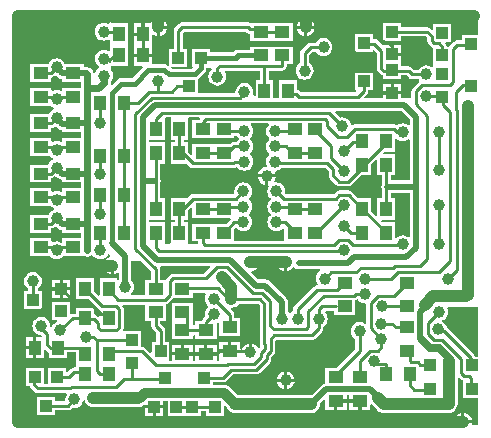
<source format=gbl>
%FSLAX25Y25*%
%MOIN*%
G70*
G01*
G75*
G04 Layer_Physical_Order=2*
G04 Layer_Color=16711680*
%ADD10R,0.05118X0.03937*%
%ADD11R,0.05118X0.09843*%
%ADD12R,0.05118X0.06299*%
%ADD13R,0.03937X0.05118*%
%ADD14R,0.05512X0.19685*%
%ADD15R,0.05512X0.05512*%
%ADD16R,0.03937X0.03937*%
%ADD17R,0.06299X0.01969*%
%ADD18R,0.15748X0.06299*%
%ADD19R,0.05118X0.03150*%
%ADD20R,0.09055X0.05118*%
%ADD21R,0.07874X0.12598*%
%ADD22R,0.12598X0.07874*%
%ADD23C,0.03937*%
%ADD24C,0.02284*%
%ADD25C,0.01000*%
%ADD26C,0.01969*%
%ADD27C,0.02953*%
%ADD28C,0.02756*%
%ADD29C,0.01890*%
%ADD30C,0.03150*%
%ADD31R,0.01181X0.09449*%
%ADD32R,0.01181X0.09449*%
%ADD33C,0.03937*%
%ADD34R,0.03937X0.03937*%
%ADD35C,0.01772*%
%ADD36C,0.03347*%
G36*
X460708Y341895D02*
X461430Y341596D01*
X462205Y341494D01*
X462980Y341596D01*
X463702Y341895D01*
X464064Y342173D01*
X464512Y341952D01*
Y328401D01*
X458222D01*
Y330102D01*
X459661D01*
Y337221D01*
X455785D01*
X455644Y337561D01*
X455922Y337976D01*
X459661D01*
Y342133D01*
X460110Y342354D01*
X460708Y341895D01*
D02*
G37*
G36*
X376362Y281480D02*
X378392D01*
Y279921D01*
X378508Y279336D01*
X378840Y278840D01*
X379967Y277713D01*
Y274425D01*
X378527D01*
Y271089D01*
X378066Y270897D01*
X376381Y272581D01*
X375885Y272913D01*
X375300Y273029D01*
X375016D01*
Y278165D01*
X369218D01*
X368982Y278606D01*
X369055Y278715D01*
X369171Y279300D01*
Y285661D01*
X369055Y286246D01*
X368810Y286612D01*
X369046Y287053D01*
X376362D01*
Y281480D01*
D02*
G37*
G36*
X384827Y349031D02*
X384827D01*
Y341913D01*
X386266D01*
Y341158D01*
X384827D01*
Y334039D01*
X390176D01*
X391167Y333048D01*
X391663Y332717D01*
X392248Y332600D01*
X405739D01*
X406325Y332717D01*
X406821Y333048D01*
X406939Y333041D01*
X407332Y332528D01*
X407952Y332053D01*
X408674Y331754D01*
X409449Y331651D01*
X410224Y331754D01*
X410946Y332053D01*
X411566Y332528D01*
X412042Y333149D01*
X412341Y333871D01*
X412443Y334646D01*
X412341Y335421D01*
X412042Y336143D01*
X411566Y336763D01*
X411316Y336955D01*
Y337455D01*
X411566Y337647D01*
X412042Y338267D01*
X412341Y338989D01*
X412443Y339764D01*
X412341Y340539D01*
X412042Y341261D01*
X411566Y341881D01*
X411316Y342073D01*
Y342573D01*
X411566Y342765D01*
X412042Y343385D01*
X412341Y344107D01*
X412443Y344882D01*
X412341Y345657D01*
X412042Y346379D01*
X411593Y346963D01*
X411815Y347412D01*
X417319D01*
X417540Y346963D01*
X417092Y346379D01*
X416793Y345657D01*
X416691Y344882D01*
X416793Y344107D01*
X417092Y343385D01*
X417568Y342765D01*
X417818Y342573D01*
Y342073D01*
X417568Y341881D01*
X417092Y341261D01*
X416793Y340539D01*
X416691Y339764D01*
X416793Y338989D01*
X417092Y338267D01*
X417568Y337647D01*
X417818Y337455D01*
Y336955D01*
X417568Y336763D01*
X417092Y336143D01*
X416793Y335421D01*
X416691Y334646D01*
X416793Y333871D01*
X417018Y333327D01*
X416768Y332894D01*
X416154Y332813D01*
X415432Y332514D01*
X414812Y332038D01*
X414336Y331418D01*
X414037Y330696D01*
X414001Y330421D01*
X419857D01*
X419821Y330696D01*
X419596Y331240D01*
X419846Y331673D01*
X420460Y331754D01*
X421182Y332053D01*
X421802Y332528D01*
X421858Y332601D01*
X436424D01*
X437522Y331503D01*
Y330059D01*
X437638Y329474D01*
X437970Y328978D01*
X440002Y326946D01*
X440498Y326615D01*
X441083Y326498D01*
X443956D01*
X444542Y326615D01*
X445038Y326946D01*
X448194Y330102D01*
X451788D01*
Y333877D01*
X453263Y335352D01*
X453724Y335160D01*
Y330102D01*
X455163D01*
Y326881D01*
X455063Y326378D01*
X455163Y325875D01*
Y322457D01*
X453724D01*
Y316808D01*
X453263Y316617D01*
X451788Y318092D01*
Y322457D01*
X447423D01*
X445251Y324629D01*
X444755Y324960D01*
X444169Y325077D01*
X441083D01*
X440595Y324979D01*
X440498Y324960D01*
X440001Y324629D01*
X439268Y323895D01*
X423333D01*
X423003Y324271D01*
X423073Y324803D01*
X422971Y325578D01*
X422672Y326300D01*
X422196Y326920D01*
X421576Y327396D01*
X420854Y327695D01*
X420079Y327797D01*
X419572Y327731D01*
X419322Y328164D01*
X419522Y328424D01*
X419821Y329146D01*
X419857Y329421D01*
X417429D01*
Y326993D01*
X417436Y326994D01*
X417686Y326561D01*
X417486Y326300D01*
X417187Y325578D01*
X417085Y324803D01*
X417187Y324028D01*
X417486Y323306D01*
X417962Y322686D01*
X418212Y322494D01*
Y321994D01*
X417962Y321802D01*
X417486Y321182D01*
X417187Y320460D01*
X417085Y319685D01*
X417187Y318910D01*
X417486Y318188D01*
X417962Y317568D01*
X418212Y317376D01*
Y316876D01*
X417962Y316684D01*
X417486Y316064D01*
X417187Y315342D01*
X417085Y314567D01*
X417187Y313792D01*
X417486Y313070D01*
X417962Y312450D01*
X418582Y311974D01*
X419304Y311675D01*
X420079Y311573D01*
X420854Y311675D01*
X421576Y311974D01*
X422174Y312433D01*
X422298Y312371D01*
X422622Y312123D01*
Y308297D01*
X406118D01*
Y312277D01*
X406483Y312618D01*
X406826Y312596D01*
X406938Y312450D01*
X407558Y311974D01*
X408280Y311675D01*
X409055Y311573D01*
X409830Y311675D01*
X410552Y311974D01*
X411172Y312450D01*
X411648Y313070D01*
X411947Y313792D01*
X412049Y314567D01*
X411947Y315342D01*
X411648Y316064D01*
X411172Y316684D01*
X410922Y316876D01*
Y317376D01*
X411172Y317568D01*
X411648Y318188D01*
X411947Y318910D01*
X412049Y319685D01*
X411947Y320460D01*
X411648Y321182D01*
X411172Y321802D01*
X410922Y321994D01*
Y322494D01*
X411172Y322686D01*
X411648Y323306D01*
X411947Y324028D01*
X412049Y324803D01*
X411947Y325578D01*
X411648Y326300D01*
X411172Y326920D01*
X410552Y327396D01*
X409830Y327695D01*
X409055Y327797D01*
X408280Y327695D01*
X407558Y327396D01*
X406938Y326920D01*
X406462Y326300D01*
X406163Y325578D01*
X406061Y324803D01*
X406131Y324271D01*
X405801Y323896D01*
X392489D01*
X391903Y323779D01*
X391407Y323448D01*
X390416Y322457D01*
X384827D01*
Y315338D01*
X386266D01*
Y314583D01*
X384827D01*
Y307465D01*
X384827D01*
Y307440D01*
X384473Y307087D01*
X382890D01*
Y307465D01*
X382890D01*
Y314583D01*
X377614D01*
Y315338D01*
X382890D01*
Y322457D01*
X381451D01*
Y327846D01*
X381550Y328345D01*
X381451Y328846D01*
Y334039D01*
X382890D01*
Y341158D01*
X377614D01*
Y341913D01*
X382890D01*
Y349031D01*
X382890D01*
Y349058D01*
X383243Y349412D01*
X384827D01*
Y349031D01*
D02*
G37*
G36*
X398492Y365275D02*
X398276Y365109D01*
X397801Y364489D01*
X397502Y363767D01*
X397400Y362992D01*
X397502Y362217D01*
X397801Y361495D01*
X398276Y360875D01*
X398897Y360399D01*
X399619Y360100D01*
X400394Y359998D01*
X401169Y360100D01*
X401891Y360399D01*
X402511Y360875D01*
X402987Y361495D01*
X403286Y362217D01*
X403388Y362992D01*
X403286Y363767D01*
X402987Y364489D01*
X402934Y364558D01*
X403155Y365006D01*
X414612D01*
Y361827D01*
X413173D01*
Y356693D01*
X412612D01*
X412341Y357099D01*
X412443Y357874D01*
X412341Y358649D01*
X412042Y359371D01*
X411566Y359991D01*
X410946Y360467D01*
X410224Y360766D01*
X409449Y360868D01*
X408674Y360766D01*
X407952Y360467D01*
X407332Y359991D01*
X406856Y359371D01*
X406557Y358649D01*
X406455Y357874D01*
X406177Y357557D01*
X394110D01*
Y362311D01*
X394273Y362420D01*
X396241Y364388D01*
X396658Y365012D01*
X396805Y365748D01*
X398331D01*
X398492Y365275D01*
D02*
G37*
G36*
X464512Y348768D02*
Y347024D01*
X464064Y346803D01*
X463702Y347081D01*
X462980Y347380D01*
X462205Y347482D01*
X461430Y347380D01*
X460708Y347081D01*
X460265Y346742D01*
X459868Y347007D01*
X459283Y347124D01*
X446169D01*
X445584Y347007D01*
X445485Y346941D01*
X445029Y347148D01*
X445018Y347232D01*
X444719Y347954D01*
X444243Y348574D01*
X443623Y349050D01*
X442901Y349349D01*
X442126Y349451D01*
X441391Y349354D01*
X439687Y351058D01*
X439879Y351520D01*
X461760D01*
X464512Y348768D01*
D02*
G37*
G36*
X394493Y348971D02*
X394256Y348617D01*
X394221Y348441D01*
X392110D01*
Y342504D01*
X399228D01*
Y342504D01*
X406118D01*
Y343353D01*
X406881D01*
X407332Y342765D01*
X407582Y342573D01*
Y342073D01*
X407332Y341881D01*
X406881Y341293D01*
X405905D01*
X405320Y341177D01*
X404824Y340845D01*
X404546Y340567D01*
X399000D01*
Y340567D01*
X392110D01*
Y337084D01*
X391648Y336893D01*
X390764Y337777D01*
Y341158D01*
X389325D01*
Y341913D01*
X390764D01*
Y349031D01*
X390764D01*
Y349058D01*
X391117Y349412D01*
X394257D01*
X394493Y348971D01*
D02*
G37*
G36*
X392110Y319171D02*
Y315929D01*
X399000D01*
Y315929D01*
X404648D01*
X404840Y315467D01*
X403365Y313992D01*
X399228D01*
Y313992D01*
X392110D01*
Y308055D01*
X394140D01*
Y307480D01*
X394141Y307473D01*
X393824Y307087D01*
X390764D01*
Y307465D01*
X390764D01*
Y314583D01*
X389325D01*
Y315338D01*
X390764D01*
Y318478D01*
X391648Y319363D01*
X392110Y319171D01*
D02*
G37*
G36*
X378392Y298216D02*
Y295291D01*
X376362D01*
Y290112D01*
X371688D01*
X371528Y290585D01*
X371802Y290796D01*
X372278Y291416D01*
X372577Y292139D01*
X372679Y292913D01*
X372577Y293688D01*
X372278Y294410D01*
X371802Y295030D01*
X371708Y295103D01*
Y301575D01*
X375032D01*
X378392Y298216D01*
D02*
G37*
G36*
X396620Y290473D02*
X396321Y289751D01*
X396218Y288976D01*
X396321Y288201D01*
X396620Y287479D01*
X397095Y286859D01*
X397345Y286667D01*
Y286167D01*
X397095Y285975D01*
X396620Y285355D01*
X396321Y284633D01*
X396218Y283858D01*
X396315Y283124D01*
X395572Y282381D01*
X395241Y281885D01*
X395166Y281512D01*
X393094D01*
Y280426D01*
X392801Y280132D01*
X392339Y280324D01*
Y281480D01*
Y287417D01*
X385221D01*
Y281480D01*
Y275575D01*
X392339D01*
Y276660D01*
X392633Y276954D01*
X393094Y276763D01*
Y275575D01*
X400213D01*
Y280897D01*
X400654Y281133D01*
X400969Y280923D01*
Y276559D01*
X408087D01*
Y282496D01*
X406057D01*
Y283661D01*
X405941Y284247D01*
X405609Y284743D01*
X404806Y285546D01*
X405027Y285994D01*
X405118Y285982D01*
X405893Y286084D01*
X406615Y286383D01*
X407235Y286859D01*
X407629Y287372D01*
X413964D01*
X414612Y286724D01*
Y273852D01*
X414612Y273852D01*
X414612D01*
X414651Y273655D01*
Y273038D01*
X414287Y272696D01*
X413867Y272724D01*
X413517Y273180D01*
X412897Y273656D01*
X412175Y273955D01*
X411900Y273991D01*
Y271063D01*
X410900D01*
Y273991D01*
X410625Y273955D01*
X409903Y273656D01*
X409283Y273180D01*
X408807Y272560D01*
X408577Y272005D01*
X408087Y272102D01*
Y274622D01*
X405028D01*
Y271654D01*
X404528D01*
Y271153D01*
X400969D01*
Y268685D01*
X400969D01*
Y268683D01*
X400615Y268329D01*
X400213D01*
Y270169D01*
X393094D01*
Y268329D01*
X392339D01*
Y270169D01*
X385221D01*
Y268329D01*
X384465D01*
Y268488D01*
X384465D01*
Y274425D01*
X383025D01*
Y278346D01*
X382909Y278932D01*
X382577Y279428D01*
X381451Y280555D01*
Y281480D01*
X383480D01*
Y287135D01*
X383656Y287170D01*
X384152Y287501D01*
X384152Y287501D01*
X384152Y287501D01*
X385802Y289151D01*
X385938Y289354D01*
X392339D01*
Y290915D01*
X396402D01*
X396620Y290473D01*
D02*
G37*
G36*
X447215Y288792D02*
X447489Y288434D01*
X448109Y287958D01*
X448831Y287659D01*
X449606Y287557D01*
X449744Y287575D01*
X450120Y287246D01*
Y280753D01*
X449672Y280532D01*
X449332Y280793D01*
X448609Y281092D01*
X447835Y281194D01*
X447060Y281092D01*
X446338Y280793D01*
X445717Y280317D01*
X445242Y279697D01*
X444943Y278975D01*
X444840Y278200D01*
X444943Y277425D01*
X445242Y276703D01*
X445717Y276083D01*
X446305Y275632D01*
Y272090D01*
X439979Y265764D01*
X436402D01*
Y260779D01*
X435837Y260667D01*
X435194Y260237D01*
X431866Y256909D01*
X431698Y256931D01*
X407159D01*
X404589Y259501D01*
X404030Y259929D01*
X403840Y260008D01*
X403380Y260199D01*
X402682Y260291D01*
X398835D01*
Y261069D01*
X402362D01*
X402948Y261186D01*
X403444Y261517D01*
X403444Y261517D01*
X403444Y261517D01*
X405752Y263825D01*
X413425D01*
X414010Y263941D01*
X414506Y264273D01*
X414506Y264273D01*
X414506Y264273D01*
X417950Y267716D01*
X418282Y268213D01*
X418398Y268798D01*
X418398Y268798D01*
X418398Y268798D01*
Y268798D01*
Y269568D01*
X419262Y270433D01*
X419594Y270929D01*
X419613Y271026D01*
X419710Y271514D01*
Y275028D01*
X419925Y275242D01*
X431890D01*
X432475Y275359D01*
X432971Y275690D01*
X432971Y275690D01*
X432971Y275690D01*
X435333Y278052D01*
X435665Y278549D01*
X435781Y279134D01*
X435781Y279134D01*
X435781Y279134D01*
Y279134D01*
Y279715D01*
X436369Y280166D01*
X436845Y280786D01*
X437144Y281508D01*
X437246Y282283D01*
X437144Y283058D01*
X436845Y283781D01*
X436369Y284401D01*
X436351Y284414D01*
X436512Y284888D01*
X439354D01*
Y283449D01*
X446472D01*
Y288462D01*
X446526Y288473D01*
X447022Y288804D01*
X447215Y288792D01*
D02*
G37*
G36*
X464512Y309623D02*
X464064Y309402D01*
X463702Y309680D01*
X462980Y309979D01*
X462205Y310081D01*
X461430Y309979D01*
X460708Y309680D01*
X460110Y309221D01*
X459661Y309442D01*
Y314583D01*
X455331D01*
X455053Y314998D01*
X455194Y315339D01*
X459661D01*
Y322457D01*
X458222D01*
Y324355D01*
X464512D01*
Y309623D01*
D02*
G37*
G36*
X423728Y298253D02*
X424003Y298289D01*
X424725Y298588D01*
X425346Y299064D01*
X425607Y299405D01*
X426107Y299389D01*
X426128Y299357D01*
X426785Y298918D01*
X427559Y298764D01*
X434654D01*
X434752Y298274D01*
X434723Y298262D01*
X434103Y297786D01*
X433628Y297166D01*
X433328Y296444D01*
X433226Y295669D01*
X433328Y294894D01*
X433628Y294172D01*
X433864Y293864D01*
X433643Y293415D01*
X433618D01*
X433033Y293299D01*
X432537Y292967D01*
X426084Y286514D01*
X425752Y286018D01*
X425636Y285433D01*
Y284852D01*
X425048Y284401D01*
X424856Y284151D01*
X424356D01*
X424164Y284401D01*
X424070Y284473D01*
Y287794D01*
X423916Y288568D01*
X423771Y288786D01*
X423478Y289224D01*
X417886Y294816D01*
X417229Y295255D01*
X416455Y295409D01*
X414145D01*
X411773Y297781D01*
X411933Y298255D01*
X412192Y298289D01*
X412914Y298588D01*
X413534Y299064D01*
X414010Y299684D01*
X414309Y300406D01*
X414411Y301181D01*
X420234D01*
X420336Y300406D01*
X420635Y299684D01*
X421111Y299064D01*
X421731Y298588D01*
X422453Y298289D01*
X422728Y298253D01*
Y301181D01*
X423728D01*
Y298253D01*
D02*
G37*
G36*
X398108Y299483D02*
X395945Y297321D01*
X385599D01*
X385014Y297204D01*
X384518Y296873D01*
X383639Y295994D01*
X383308Y295498D01*
X383266Y295291D01*
X381451D01*
Y298849D01*
X381334Y299434D01*
X381287Y299504D01*
X381523Y299945D01*
X397917D01*
X398108Y299483D01*
D02*
G37*
G36*
X487402Y269701D02*
X486487D01*
X486452Y269877D01*
X486121Y270373D01*
X477066Y279428D01*
X476897Y279540D01*
X476609Y280237D01*
X476133Y280857D01*
X475513Y281333D01*
X475445Y281361D01*
Y281861D01*
X475907Y282053D01*
X476527Y282528D01*
X477002Y283149D01*
X477302Y283871D01*
X477404Y284646D01*
X477302Y285421D01*
X477142Y285805D01*
X477420Y286221D01*
X487402D01*
Y269701D01*
D02*
G37*
G36*
Y376787D02*
X481874D01*
Y375151D01*
X480315D01*
X479730Y375035D01*
X479234Y374704D01*
X477781Y373251D01*
X477645Y373047D01*
X476920D01*
X476920Y373047D01*
X476807Y373617D01*
X476475Y374113D01*
X476460Y374129D01*
X476651Y374590D01*
X478362D01*
Y380528D01*
X472425D01*
Y378816D01*
X471963Y378625D01*
X471554Y379034D01*
X471058Y379366D01*
X470472Y379482D01*
X461630D01*
Y380921D01*
X455693D01*
Y374984D01*
X461630D01*
Y376423D01*
X469839D01*
X470396Y375867D01*
Y374969D01*
X470512Y374384D01*
X470844Y373888D01*
X471723Y373009D01*
X472219Y372678D01*
X472425Y372637D01*
Y367110D01*
D01*
D01*
X472425Y367110D01*
X472425Y366748D01*
X472425D01*
Y366286D01*
X471977Y366065D01*
X471576Y366372D01*
X470854Y366672D01*
X470079Y366774D01*
X469304Y366672D01*
X468582Y366372D01*
X467962Y365897D01*
X467511Y365309D01*
X465988D01*
X465255Y366042D01*
X464758Y366374D01*
X464173Y366490D01*
X461630D01*
Y367504D01*
X461630D01*
Y369972D01*
X458661D01*
Y370472D01*
X458161D01*
Y373441D01*
X455693D01*
X455693Y373441D01*
Y373441D01*
X455552Y373382D01*
X453837Y375097D01*
X453341Y375429D01*
X452756Y375545D01*
X452181D01*
Y377181D01*
X446244D01*
Y371244D01*
X452181D01*
Y371774D01*
X452643Y371966D01*
X453620Y370989D01*
Y365717D01*
X453737Y365131D01*
X454068Y364635D01*
X454824Y363879D01*
X455320Y363548D01*
X455417Y363528D01*
X455693Y363474D01*
Y362189D01*
X461630D01*
Y363431D01*
X463540D01*
X464273Y362698D01*
X464769Y362367D01*
X465354Y362250D01*
X467511D01*
X467816Y361852D01*
X467736Y361368D01*
X467723Y361351D01*
X467561Y361243D01*
X465529Y359211D01*
X465197Y358715D01*
X465081Y358130D01*
Y355906D01*
X461630D01*
Y357177D01*
X455693D01*
Y355906D01*
X449667D01*
X449475Y356367D01*
X450294Y357186D01*
X450626Y357682D01*
X450742Y358268D01*
Y358449D01*
X452181D01*
Y364386D01*
X446244D01*
Y358449D01*
X446578D01*
X446662Y358244D01*
X446384Y357829D01*
X428193D01*
X427853Y358168D01*
X427357Y358500D01*
X426984Y358574D01*
Y361827D01*
X421047D01*
Y355906D01*
X419110D01*
Y361827D01*
X417671D01*
Y365006D01*
X422047D01*
X422633Y365123D01*
X423129Y365454D01*
X423460Y365950D01*
X423577Y366535D01*
Y367110D01*
X425606D01*
Y373047D01*
X418520D01*
Y373047D01*
X411402D01*
Y372002D01*
X407480D01*
X406867Y371879D01*
X406744Y371855D01*
X406121Y371438D01*
X405897Y371214D01*
X397850D01*
Y372260D01*
X391913D01*
Y366323D01*
X392084D01*
X392169Y366118D01*
X391891Y365702D01*
X385274D01*
X384996Y366118D01*
X385081Y366323D01*
X390370D01*
Y372260D01*
X388931D01*
Y377713D01*
X389216Y377998D01*
X409996D01*
X410336Y377659D01*
X410832Y377327D01*
X411402Y377214D01*
Y374984D01*
X418488D01*
Y374984D01*
X425606D01*
Y380921D01*
X418520D01*
Y380921D01*
X411402D01*
X411402Y380921D01*
Y380921D01*
X411314Y380874D01*
X411215Y380941D01*
X410630Y381057D01*
X388583D01*
X387997Y380941D01*
X387501Y380609D01*
X386320Y379428D01*
X385989Y378932D01*
X385872Y378346D01*
Y372260D01*
X384433D01*
Y366952D01*
X383992Y366716D01*
X383496Y367048D01*
X383374Y367072D01*
X382760Y367194D01*
X378559D01*
Y369579D01*
X372622D01*
Y366520D01*
X375352D01*
X375543Y366058D01*
X372038Y362553D01*
X368396D01*
X367660Y362406D01*
X367036Y361989D01*
X365423Y360376D01*
X364961Y360567D01*
Y361588D01*
X365191Y361889D01*
X365491Y362611D01*
X365593Y363386D01*
X365491Y364161D01*
X365191Y364883D01*
X364961Y365184D01*
Y366520D01*
X370685D01*
Y373606D01*
Y380724D01*
X364961D01*
Y384252D01*
X487402D01*
Y376787D01*
D02*
G37*
G36*
X364567Y380749D02*
X364119Y380528D01*
X364095Y380546D01*
X363373Y380845D01*
X362598Y380947D01*
X361824Y380845D01*
X361101Y380546D01*
X360481Y380070D01*
X360005Y379450D01*
X359706Y378728D01*
X359604Y377953D01*
X359706Y377178D01*
X360005Y376456D01*
X360481Y375836D01*
X361101Y375360D01*
X361824Y375061D01*
X362598Y374959D01*
X363373Y375061D01*
X364095Y375360D01*
X364119Y375377D01*
X364567Y375156D01*
Y371694D01*
X364119Y371473D01*
X364095Y371491D01*
X363373Y371790D01*
X362598Y371892D01*
X361824Y371790D01*
X361101Y371491D01*
X360481Y371015D01*
X360005Y370395D01*
X359706Y369673D01*
X359604Y368898D01*
X359706Y368123D01*
X360005Y367401D01*
X360481Y366780D01*
X360988Y366392D01*
Y365892D01*
X360481Y365503D01*
X360005Y364883D01*
X359706Y364161D01*
X359703Y364134D01*
X359203Y364118D01*
X359104Y364615D01*
X358987Y364791D01*
X358956Y364948D01*
X358517Y365604D01*
X357861Y366042D01*
X357086Y366196D01*
X355921D01*
Y367142D01*
X349649D01*
X349443Y367639D01*
X348968Y368259D01*
X348347Y368735D01*
X347625Y369034D01*
X346850Y369136D01*
X346076Y369034D01*
X345353Y368735D01*
X344733Y368259D01*
X344257Y367639D01*
X344052Y367142D01*
X337976D01*
Y361205D01*
X345094D01*
Y362686D01*
X345467Y362760D01*
X345963Y363092D01*
X346116Y363244D01*
X346850Y363148D01*
X346968Y363163D01*
X347388Y362743D01*
X348045Y362304D01*
X348803Y362153D01*
Y361205D01*
X354903D01*
Y359268D01*
X348803D01*
Y358320D01*
X348355Y358099D01*
X348347Y358105D01*
X347625Y358404D01*
X346850Y358506D01*
X346076Y358404D01*
X345510Y358170D01*
X345094Y358448D01*
Y359268D01*
X337976D01*
Y353331D01*
X344816D01*
X345353Y352919D01*
X346076Y352620D01*
X346132Y352612D01*
Y352112D01*
X346076Y352105D01*
X345353Y351806D01*
X344733Y351330D01*
X344257Y350710D01*
X344133Y350410D01*
X337976D01*
Y344473D01*
X345094D01*
Y345915D01*
X345664Y346028D01*
X346097Y346318D01*
X346850Y346218D01*
X346968Y346234D01*
X347388Y345813D01*
D01*
X347388D01*
Y345813D01*
D01*
X347388D01*
Y345813D01*
X347388D01*
X347388Y345813D01*
Y345813D01*
X347388Y345813D01*
Y345813D01*
X348045Y345375D01*
X348803Y345224D01*
Y344473D01*
X354903D01*
Y342535D01*
X348803D01*
Y341391D01*
X348355Y341170D01*
X348347Y341176D01*
X347625Y341475D01*
X346850Y341577D01*
X346076Y341475D01*
X345510Y341241D01*
X345094Y341518D01*
Y342535D01*
X337976D01*
Y336598D01*
X344631D01*
X344733Y336466D01*
X345353Y335990D01*
X345618Y335880D01*
Y335380D01*
X345353Y335270D01*
X344733Y334794D01*
X344257Y334174D01*
X344052Y333677D01*
X337976D01*
Y327740D01*
X345094D01*
Y329222D01*
X345467Y329296D01*
X345963Y329627D01*
X346116Y329780D01*
X346850Y329683D01*
X346968Y329698D01*
X347388Y329278D01*
X348045Y328839D01*
X348803Y328689D01*
Y327740D01*
X354903D01*
Y325803D01*
X348803D01*
Y324856D01*
X348355Y324635D01*
X348347Y324640D01*
X347625Y324939D01*
X346850Y325041D01*
X346076Y324939D01*
X345510Y324705D01*
X345094Y324983D01*
Y325803D01*
X337976D01*
Y319866D01*
X344817D01*
X345353Y319454D01*
X346076Y319155D01*
X346132Y319148D01*
Y318648D01*
X346076Y318640D01*
X345353Y318341D01*
X344733Y317865D01*
X344257Y317245D01*
X344133Y316945D01*
X337976D01*
Y311008D01*
X345094D01*
Y312450D01*
X345664Y312563D01*
X346097Y312853D01*
X346850Y312754D01*
X346968Y312769D01*
X347388Y312349D01*
X348045Y311910D01*
X348803Y311759D01*
Y311008D01*
X354903D01*
Y309071D01*
X348803D01*
Y307927D01*
X348355Y307705D01*
X348347Y307711D01*
X347625Y308010D01*
X346850Y308112D01*
X346076Y308010D01*
X345510Y307776D01*
X345094Y308054D01*
Y309071D01*
X337976D01*
Y303134D01*
X344631D01*
X344733Y303001D01*
X345353Y302525D01*
X346076Y302226D01*
X346850Y302124D01*
X347625Y302226D01*
X348347Y302525D01*
X348968Y303001D01*
X349069Y303134D01*
X355921D01*
X355921Y303134D01*
Y303134D01*
X356077Y303217D01*
X356251Y303101D01*
X357087Y302934D01*
X357922Y303101D01*
X358631Y303574D01*
X359102Y303259D01*
X359300Y303001D01*
X359920Y302525D01*
X360642Y302226D01*
X361417Y302124D01*
X362192Y302226D01*
X362914Y302525D01*
X363534Y303001D01*
X364010Y303621D01*
X364076Y303781D01*
X364567Y303683D01*
Y302887D01*
X363857Y302593D01*
X363237Y302117D01*
X362761Y301497D01*
X362467Y300787D01*
X362454D01*
X362462Y300775D01*
X362426Y300500D01*
X365354D01*
Y300000D01*
X365854D01*
Y297072D01*
X366129Y297108D01*
X366851Y297407D01*
X367214Y297685D01*
X367662Y297464D01*
Y295486D01*
X367237Y295222D01*
X367142Y295269D01*
Y295882D01*
X361205D01*
Y290233D01*
X360743Y290042D01*
X359268Y291517D01*
Y295882D01*
X353331D01*
Y288764D01*
X357695D01*
X361001Y285458D01*
X361205Y285322D01*
Y283237D01*
X360743Y283046D01*
X360424Y283365D01*
X359928Y283696D01*
X359343Y283813D01*
X359268D01*
Y286039D01*
X353331D01*
Y284010D01*
X352165D01*
X351780Y283933D01*
X351394Y284250D01*
Y287811D01*
X345457D01*
Y281874D01*
X346866D01*
X346963Y281384D01*
X346503Y281193D01*
X345883Y280717D01*
X345407Y280097D01*
X345176Y279540D01*
X344693Y279669D01*
X344726Y279921D01*
X344624Y280696D01*
X344325Y281418D01*
X343849Y282038D01*
X343229Y282514D01*
X342507Y282813D01*
X341732Y282915D01*
X340957Y282813D01*
X340235Y282514D01*
X339615Y282038D01*
X339139Y281418D01*
X338840Y280696D01*
X338738Y279921D01*
X338840Y279146D01*
X339139Y278424D01*
X339615Y277804D01*
X340235Y277328D01*
X340957Y277029D01*
X341685Y276933D01*
X341935Y276500D01*
X341809Y276197D01*
X340067D01*
Y272638D01*
Y269079D01*
X342535D01*
Y271971D01*
X342997Y272163D01*
X343800Y271359D01*
X344297Y271028D01*
X344472Y270993D01*
Y269079D01*
X350409D01*
Y271071D01*
X353331D01*
Y267110D01*
Y266096D01*
X352756D01*
X352268Y265999D01*
X352171Y265980D01*
X351675Y265648D01*
X350478Y264452D01*
X350016Y264643D01*
Y265764D01*
X344079D01*
Y260584D01*
X342535D01*
Y265764D01*
X336598D01*
Y259827D01*
X337922D01*
X337943Y259720D01*
X337957Y259651D01*
X338289Y259155D01*
X339470Y257974D01*
X339966Y257642D01*
X340551Y257526D01*
X349994D01*
X350215Y257077D01*
X350162Y257008D01*
X349863Y256286D01*
X349761Y255511D01*
X349795Y255252D01*
X349466Y254876D01*
X346276D01*
Y256315D01*
X340339D01*
Y250378D01*
X346276D01*
Y251817D01*
X350590D01*
X351176Y251933D01*
X351672Y252265D01*
X351672Y252265D01*
X351672Y252265D01*
X352021Y252614D01*
X352755Y252517D01*
X353530Y252619D01*
X354252Y252918D01*
X354872Y253394D01*
X355348Y254014D01*
X355647Y254736D01*
X355685Y255023D01*
X356181Y255088D01*
X356462Y254408D01*
X356938Y253788D01*
X357558Y253312D01*
X358280Y253013D01*
X359055Y252911D01*
X374016D01*
X374791Y253013D01*
X375513Y253312D01*
X375773Y253512D01*
X375914Y253570D01*
X376153Y253453D01*
X382299D01*
Y254898D01*
X383842D01*
Y249984D01*
X389780D01*
Y249984D01*
X395094D01*
Y251423D01*
X396638D01*
Y249984D01*
X402575D01*
Y253235D01*
X403037Y253427D01*
X403551Y252913D01*
X403747Y252440D01*
X404222Y251820D01*
X404843Y251344D01*
X405565Y251045D01*
X406340Y250943D01*
X431698D01*
X432473Y251045D01*
X433195Y251344D01*
X433815Y251820D01*
X434291Y252440D01*
X434590Y253162D01*
X434692Y253937D01*
X434670Y254105D01*
X435940Y255374D01*
X436402Y255183D01*
Y251953D01*
X439461D01*
Y254921D01*
X439961D01*
Y255421D01*
X443520D01*
Y256852D01*
X444276D01*
Y255421D01*
X447835D01*
Y254921D01*
X448335D01*
Y251953D01*
X451394D01*
Y253561D01*
X451856Y253752D01*
X453788Y251820D01*
X454408Y251344D01*
X454919Y251132D01*
X455131Y251045D01*
X455905Y250943D01*
X458543D01*
X458661Y250927D01*
X477543D01*
X478318Y251029D01*
X479040Y251328D01*
X479661Y251804D01*
X480136Y252424D01*
X480436Y253147D01*
X480538Y253921D01*
Y262556D01*
X481000Y262748D01*
X481565Y262182D01*
Y262182D01*
D01*
Y262182D01*
X481565Y262182D01*
D01*
D01*
X481565D01*
X481565Y262182D01*
Y262182D01*
Y262182D01*
D01*
D01*
X481565D01*
Y262182D01*
X482061Y261851D01*
X482268Y261810D01*
Y255890D01*
X487402D01*
Y246850D01*
X485447D01*
X485176Y247257D01*
X485212Y247532D01*
X479355D01*
X479391Y247257D01*
X479120Y246850D01*
X333465D01*
Y301181D01*
X334252D01*
Y383465D01*
X364567D01*
Y380749D01*
D02*
G37*
%LPC*%
G36*
X388280Y273638D02*
X385221D01*
Y271169D01*
X388280D01*
Y273638D01*
D02*
G37*
G36*
X482784Y250960D02*
Y248532D01*
X485212D01*
X485176Y248806D01*
X484876Y249529D01*
X484401Y250149D01*
X483780Y250624D01*
X483058Y250924D01*
X482784Y250960D01*
D02*
G37*
G36*
X378831Y252453D02*
X376362D01*
Y249984D01*
X378831D01*
Y252453D01*
D02*
G37*
G36*
X400213Y273638D02*
X397154D01*
Y271169D01*
X400213D01*
Y273638D01*
D02*
G37*
G36*
X481783Y250960D02*
X481508Y250924D01*
X480786Y250624D01*
X480166Y250149D01*
X479691Y249529D01*
X479391Y248806D01*
X479355Y248532D01*
X481783D01*
Y250960D01*
D02*
G37*
G36*
X339067Y276197D02*
X336598D01*
Y273138D01*
X339067D01*
Y276197D01*
D02*
G37*
G36*
X392339Y273638D02*
X389280D01*
Y271169D01*
X392339D01*
Y273638D01*
D02*
G37*
G36*
X404028Y274622D02*
X400969D01*
Y272153D01*
X404028D01*
Y274622D01*
D02*
G37*
G36*
X422728Y264739D02*
X422453Y264703D01*
X421731Y264404D01*
X421111Y263928D01*
X420635Y263308D01*
X420336Y262586D01*
X420300Y262311D01*
X422728D01*
Y264739D01*
D02*
G37*
G36*
X426157Y261311D02*
X423728D01*
Y258883D01*
X424003Y258919D01*
X424725Y259218D01*
X425346Y259694D01*
X425821Y260314D01*
X426120Y261036D01*
X426157Y261311D01*
D02*
G37*
G36*
X339067Y272138D02*
X336598D01*
Y269079D01*
X339067D01*
Y272138D01*
D02*
G37*
G36*
X423728Y264739D02*
Y262311D01*
X426157D01*
X426120Y262586D01*
X425821Y263308D01*
X425346Y263928D01*
X424725Y264404D01*
X424003Y264703D01*
X423728Y264739D01*
D02*
G37*
G36*
X422728Y261311D02*
X420300D01*
X420336Y261036D01*
X420635Y260314D01*
X421111Y259694D01*
X421731Y259218D01*
X422453Y258919D01*
X422728Y258883D01*
Y261311D01*
D02*
G37*
G36*
X382299Y252453D02*
X379831D01*
Y249984D01*
X382299D01*
Y252453D01*
D02*
G37*
G36*
X396154Y273638D02*
X393094D01*
Y271169D01*
X396154D01*
Y273638D01*
D02*
G37*
G36*
X443520Y254421D02*
X440461D01*
Y251953D01*
X443520D01*
Y254421D01*
D02*
G37*
G36*
X447335Y254421D02*
X444276D01*
Y251953D01*
X447335D01*
Y254421D01*
D02*
G37*
G36*
X383637Y379028D02*
X381209D01*
Y376599D01*
X381484Y376636D01*
X382206Y376935D01*
X382826Y377410D01*
X383302Y378030D01*
X383601Y378753D01*
X383637Y379028D01*
D02*
G37*
G36*
X429421D02*
X426993D01*
X427029Y378753D01*
X427328Y378030D01*
X427804Y377410D01*
X428424Y376935D01*
X429146Y376636D01*
X429421Y376599D01*
Y379028D01*
D02*
G37*
G36*
X461630Y373441D02*
X459161D01*
Y370972D01*
X461630D01*
Y373441D01*
D02*
G37*
G36*
X380209Y382456D02*
X379934Y382420D01*
X379212Y382120D01*
X378591Y381645D01*
X378116Y381025D01*
X377991Y380724D01*
X376091D01*
Y377165D01*
X375590D01*
Y376665D01*
X372622D01*
Y373606D01*
Y370579D01*
X378559D01*
Y373606D01*
Y376870D01*
X379008Y377091D01*
X379212Y376935D01*
X379934Y376636D01*
X380209Y376599D01*
Y379528D01*
Y382456D01*
D02*
G37*
G36*
X432850Y379028D02*
X430421D01*
Y376599D01*
X430696Y376636D01*
X431418Y376935D01*
X432038Y377410D01*
X432514Y378030D01*
X432813Y378753D01*
X432850Y379028D01*
D02*
G37*
G36*
X429421Y382456D02*
X429146Y382420D01*
X428424Y382120D01*
X427804Y381645D01*
X427328Y381025D01*
X427029Y380303D01*
X426993Y380028D01*
X429421D01*
Y382456D01*
D02*
G37*
G36*
X430421D02*
Y380028D01*
X432850D01*
X432813Y380303D01*
X432514Y381025D01*
X432038Y381645D01*
X431418Y382120D01*
X430696Y382420D01*
X430421Y382456D01*
D02*
G37*
G36*
X375091Y380724D02*
X372622D01*
Y377665D01*
X375091D01*
Y380724D01*
D02*
G37*
G36*
X381209Y382456D02*
Y380028D01*
X383637D01*
X383601Y380303D01*
X383302Y381025D01*
X382826Y381645D01*
X382206Y382120D01*
X381484Y382420D01*
X381209Y382456D01*
D02*
G37*
G36*
X435827Y375829D02*
X435052Y375727D01*
X434330Y375428D01*
X433710Y374952D01*
X433259Y374364D01*
X431496D01*
X430911Y374248D01*
X430415Y373916D01*
X428446Y371948D01*
X428115Y371451D01*
X427998Y370866D01*
Y367529D01*
X427410Y367078D01*
X426935Y366458D01*
X426636Y365736D01*
X426533Y364961D01*
X426636Y364186D01*
X426935Y363464D01*
X427410Y362843D01*
X428030Y362368D01*
X428753Y362069D01*
X429528Y361966D01*
X430302Y362069D01*
X431025Y362368D01*
X431645Y362843D01*
X432121Y363464D01*
X432420Y364186D01*
X432522Y364961D01*
X432420Y365736D01*
X432121Y366458D01*
X431645Y367078D01*
X431057Y367529D01*
Y370233D01*
X432130Y371305D01*
X433259D01*
X433710Y370718D01*
X434330Y370242D01*
X435052Y369942D01*
X435827Y369841D01*
X436602Y369942D01*
X437324Y370242D01*
X437944Y370718D01*
X438420Y371338D01*
X438719Y372060D01*
X438821Y372835D01*
X438719Y373610D01*
X438420Y374332D01*
X437944Y374952D01*
X437324Y375428D01*
X436602Y375727D01*
X435827Y375829D01*
D02*
G37*
G36*
X351394Y291823D02*
X348925D01*
Y289354D01*
X351394D01*
Y291823D01*
D02*
G37*
G36*
X347925Y295291D02*
X345457D01*
Y292823D01*
X347925D01*
Y295291D01*
D02*
G37*
G36*
X338976Y297876D02*
X338201Y297774D01*
X337479Y297475D01*
X336859Y296999D01*
X336383Y296379D01*
X336084Y295657D01*
X335982Y294882D01*
X336084Y294107D01*
X336383Y293385D01*
X336859Y292765D01*
X337447Y292314D01*
Y291551D01*
X336008D01*
Y285614D01*
X341945D01*
Y291551D01*
X340506D01*
Y292314D01*
X341093Y292765D01*
X341569Y293385D01*
X341868Y294107D01*
X341970Y294882D01*
X341868Y295657D01*
X341569Y296379D01*
X341093Y296999D01*
X340473Y297475D01*
X339751Y297774D01*
X338976Y297876D01*
D02*
G37*
G36*
X347925Y291823D02*
X345457D01*
Y289354D01*
X347925D01*
Y291823D01*
D02*
G37*
G36*
X351394Y295291D02*
X348925D01*
Y292823D01*
X351394D01*
Y295291D01*
D02*
G37*
G36*
X458161Y360646D02*
X455693D01*
Y358177D01*
X458161D01*
Y360646D01*
D02*
G37*
G36*
X461630D02*
X459161D01*
Y358177D01*
X461630D01*
Y360646D01*
D02*
G37*
G36*
X364854Y299500D02*
X362426D01*
X362462Y299225D01*
X362761Y298503D01*
X363237Y297883D01*
X363857Y297407D01*
X364579Y297108D01*
X364854Y297072D01*
Y299500D01*
D02*
G37*
G36*
X416429Y329421D02*
X414001D01*
X414037Y329146D01*
X414336Y328424D01*
X414812Y327804D01*
X415432Y327328D01*
X416154Y327029D01*
X416429Y326993D01*
Y329421D01*
D02*
G37*
%LPD*%
D10*
X422047Y370079D02*
D03*
Y377953D02*
D03*
X414961Y377953D02*
D03*
Y370079D02*
D03*
X433071Y345473D02*
D03*
Y337598D02*
D03*
X395669Y337598D02*
D03*
Y345472D02*
D03*
X426181Y337598D02*
D03*
Y345473D02*
D03*
X426181Y311023D02*
D03*
Y318898D02*
D03*
X402559Y311023D02*
D03*
Y318898D02*
D03*
X395669Y318898D02*
D03*
Y311024D02*
D03*
X433071Y311023D02*
D03*
Y318898D02*
D03*
X402559Y337598D02*
D03*
Y345473D02*
D03*
X388780Y284449D02*
D03*
Y292323D02*
D03*
X404528Y271654D02*
D03*
Y279527D02*
D03*
X388780Y270669D02*
D03*
Y278543D02*
D03*
X463583Y286418D02*
D03*
Y294292D02*
D03*
X447835Y254921D02*
D03*
Y262795D02*
D03*
X463583Y271654D02*
D03*
Y279527D02*
D03*
X439961Y254921D02*
D03*
Y262795D02*
D03*
X442913Y294291D02*
D03*
Y286417D02*
D03*
X396654Y270669D02*
D03*
Y278543D02*
D03*
X341535Y364173D02*
D03*
Y356299D02*
D03*
X341535Y347441D02*
D03*
Y339567D02*
D03*
X352362Y347441D02*
D03*
Y339567D02*
D03*
X341535Y313976D02*
D03*
Y306102D02*
D03*
X352362Y313976D02*
D03*
Y306102D02*
D03*
X341535Y330709D02*
D03*
Y322835D02*
D03*
X352362Y364173D02*
D03*
Y356299D02*
D03*
X352362Y330709D02*
D03*
Y322835D02*
D03*
X379921Y284449D02*
D03*
Y292323D02*
D03*
D13*
X416142Y358268D02*
D03*
X424016D02*
D03*
X375590Y370079D02*
D03*
X367717D02*
D03*
X375590Y377165D02*
D03*
X367717D02*
D03*
X387795Y318898D02*
D03*
X379921D02*
D03*
X387795Y311024D02*
D03*
X379921D02*
D03*
X387795Y345472D02*
D03*
X379921D02*
D03*
X448819Y341535D02*
D03*
X456693D02*
D03*
X387795Y337598D02*
D03*
X379921D02*
D03*
X456693Y333662D02*
D03*
X448819D02*
D03*
X448819Y311023D02*
D03*
X456693D02*
D03*
X456693Y318898D02*
D03*
X448819D02*
D03*
X364173Y270669D02*
D03*
X356299D02*
D03*
X364173Y263779D02*
D03*
X356299D02*
D03*
X339567Y272638D02*
D03*
X347441D02*
D03*
X364173Y282480D02*
D03*
X356299D02*
D03*
X464567Y263780D02*
D03*
X456693D02*
D03*
X364173Y292323D02*
D03*
X356299D02*
D03*
X361417Y354331D02*
D03*
X369291D02*
D03*
X361417Y336614D02*
D03*
X369291D02*
D03*
X361417Y323622D02*
D03*
X369291D02*
D03*
X361417Y311024D02*
D03*
X369291D02*
D03*
D16*
X449213Y361417D02*
D03*
X458661Y365158D02*
D03*
Y357677D02*
D03*
X484842Y360039D02*
D03*
X475394Y356299D02*
D03*
Y363780D02*
D03*
X449213Y374213D02*
D03*
X458661Y377953D02*
D03*
Y370472D02*
D03*
X484842Y373819D02*
D03*
X475394Y370079D02*
D03*
Y377559D02*
D03*
X338976Y288583D02*
D03*
X348425Y292323D02*
D03*
Y284843D02*
D03*
X381496Y271457D02*
D03*
X372047Y267716D02*
D03*
Y275197D02*
D03*
X471457Y266732D02*
D03*
X485236D02*
D03*
X471457Y258858D02*
D03*
X485236D02*
D03*
D23*
X455905Y253937D02*
X458661D01*
Y253921D02*
X477543D01*
X445669Y383071D02*
X485827D01*
X333858Y299999D02*
X365354D01*
X333858D02*
Y383071D01*
Y248000D02*
Y299999D01*
X429921Y379528D02*
Y382677D01*
X380709Y379528D02*
Y382677D01*
X333858Y383071D02*
X375590D01*
X477543Y253921D02*
Y268275D01*
X411417Y301181D02*
X423228D01*
X453937Y255906D02*
X455905Y253937D01*
X359055Y255906D02*
X374016D01*
X405118Y288976D02*
Y292913D01*
X401968Y296063D02*
X405118Y292913D01*
X469685Y287008D02*
X472441Y289764D01*
X483465D01*
X483858Y290158D02*
Y353150D01*
X406340Y253937D02*
X431698D01*
X333858Y248000D02*
X482283D01*
X375590Y383071D02*
X445669D01*
D24*
X357087Y305118D02*
Y313976D01*
Y359055D01*
Y363779D01*
X362598Y361024D02*
Y363386D01*
X360630Y359055D02*
X362598Y361024D01*
X357087Y359055D02*
X360630D01*
D25*
X345079Y313976D02*
X346850Y315748D01*
X341535Y313976D02*
X345079D01*
X344882Y330709D02*
X346850Y332677D01*
X341535Y330709D02*
X344882D01*
X345079Y347441D02*
X346850Y349213D01*
X341535Y347441D02*
X345079D01*
X344882Y364173D02*
X346850Y366142D01*
X341535Y364173D02*
X344882D01*
X422835Y369685D02*
X423622D01*
X449213Y358268D02*
Y361024D01*
X447244Y356299D02*
X449213Y358268D01*
X405905Y339764D02*
X409449D01*
X403543Y344882D02*
X409449D01*
X387008Y359842D02*
X391339D01*
X385193Y358028D02*
X387008Y359842D01*
X377670Y358028D02*
X385193D01*
X380709Y358268D02*
Y361417D01*
X375590Y370079D02*
X375590Y370079D01*
X457406Y374484D02*
X458661Y373228D01*
Y370472D02*
Y373228D01*
X464173Y364961D02*
X465354Y363779D01*
X470079D01*
X458661Y377953D02*
X470472D01*
X471925Y376500D01*
Y374969D02*
Y376500D01*
Y374969D02*
X472804Y374091D01*
X474335D01*
X475394Y373031D01*
Y370079D02*
Y373031D01*
X364173Y377953D02*
X367323D01*
X364173Y368110D02*
X366142Y370079D01*
X364173Y368110D02*
Y368898D01*
X366142Y370079D02*
X368110D01*
X470079Y356693D02*
X474803D01*
X466610Y353862D02*
X470472Y350000D01*
X466610Y353862D02*
Y358130D01*
X468642Y360161D01*
X477878D01*
X470472Y302362D02*
Y349999D01*
X373973Y354331D02*
X377670Y358028D01*
X373106Y350635D02*
X378499Y356028D01*
X379921Y348819D02*
X382043Y350941D01*
X379921Y345669D02*
Y348819D01*
X474016Y284646D02*
X474213Y284449D01*
X474213D02*
X474409Y284252D01*
X470547Y280784D02*
X474409Y284646D01*
X485039Y259055D02*
Y262598D01*
X484374Y263264D02*
X485039Y262598D01*
X482646Y263264D02*
X484374D01*
X481768Y264142D02*
X482646Y263264D01*
X481768Y264142D02*
Y268956D01*
X475453Y275272D02*
X481768Y268956D01*
X472579Y275272D02*
X475453D01*
X470547Y277304D02*
X472579Y275272D01*
X470547Y277304D02*
Y280784D01*
X466142Y258661D02*
X471272D01*
X464501Y260302D02*
X466142Y258661D01*
X464501Y260302D02*
Y263734D01*
X468110Y266929D02*
X471654D01*
X464567Y268110D02*
Y272638D01*
X467201Y267839D02*
X468110Y266929D01*
X475984Y278346D02*
X485039Y269291D01*
X474409Y278346D02*
X475984D01*
X474016Y277953D02*
X474409Y278346D01*
X474016Y277953D02*
Y278740D01*
X474409Y284039D02*
Y284252D01*
Y307087D02*
Y320079D01*
Y331890D02*
Y344488D01*
X439051Y330059D02*
X441083Y328028D01*
X420201Y334130D02*
X437057D01*
X439051Y332136D01*
Y330059D02*
Y332136D01*
X438189Y335827D02*
X442520Y331496D01*
X438189Y335827D02*
Y340008D01*
X443956Y328028D02*
X448606Y332677D01*
X441083Y328028D02*
X443956D01*
X419685Y334646D02*
X420201Y334130D01*
X449213Y333465D02*
X456693Y340945D01*
Y341535D01*
X444169Y323547D02*
X448819Y318898D01*
X441083Y323547D02*
X444169D01*
X439902Y322366D02*
X441083Y323547D01*
X422516Y322366D02*
X439902D01*
X420079Y324803D02*
X422516Y322366D01*
X449213Y318504D02*
X456693Y311023D01*
X433071Y345126D02*
X438189Y340008D01*
X445669Y341339D02*
X448425D01*
X442520Y338189D02*
X445669Y341339D01*
X433858Y311417D02*
X442520Y320079D01*
X444882Y311024D02*
X448819D01*
X442520Y313386D02*
X444882Y311024D01*
X395669Y348031D02*
X396579Y348941D01*
X379134Y311024D02*
X379921Y310236D01*
Y305906D02*
Y310236D01*
Y305906D02*
X381059Y304768D01*
X379921Y345669D02*
X380315Y345276D01*
X395669Y346457D02*
Y348031D01*
X443563Y342988D02*
X446169Y345595D01*
X459283D01*
X437130Y346548D02*
Y348062D01*
Y346548D02*
X440689Y342988D01*
X443563D01*
X459283Y345595D02*
X460389Y344488D01*
X462205D01*
X423228Y339764D02*
X425984Y337008D01*
X419685Y339764D02*
X423228D01*
X419685Y344882D02*
X425197D01*
X426181Y337598D02*
X432480D01*
X426181Y318898D02*
X433071D01*
X422835Y314567D02*
X425591Y311811D01*
X420079Y314567D02*
X422835D01*
X420079Y319685D02*
X425591D01*
X387795Y337598D02*
Y344882D01*
X396654Y337598D02*
X402559D01*
X406255Y334646D02*
X409449D01*
X388583Y337795D02*
X392248Y334130D01*
X405739D01*
X406255Y334646D01*
X403937Y337795D02*
X405905Y339764D01*
X445577Y306964D02*
X462083D01*
X443956Y308586D02*
X445577Y306964D01*
X441082Y308586D02*
X443956D01*
X439264Y306768D02*
X441082Y308586D01*
X396382Y306768D02*
X439264D01*
X440594Y304768D02*
X441339Y305512D01*
X443700Y305511D02*
Y305512D01*
X441339D02*
X443700D01*
X442519Y305118D02*
X442912Y305511D01*
X443700D01*
X415426Y290901D02*
X418142Y288186D01*
Y279890D02*
Y288186D01*
X414598Y288901D02*
X416142Y287358D01*
X412248Y290901D02*
X415426D01*
X405193Y288901D02*
X414598D01*
X403665Y299484D02*
X412248Y290901D01*
X403452Y299484D02*
X403665D01*
X403405Y299532D02*
X403452Y299484D01*
X400532Y299532D02*
X403405D01*
X405118Y288976D02*
X405193Y288901D01*
X387795Y318898D02*
X389020D01*
X387795Y312598D02*
Y318898D01*
X406618Y322366D02*
X409055Y324803D01*
X392489Y322366D02*
X406618D01*
X389020Y318898D02*
X392489Y322366D01*
X402559Y318898D02*
X403347Y319685D01*
X402559Y318898D02*
X402559Y318898D01*
X403543D01*
X395669D02*
X402559D01*
X403347Y319685D02*
X409055D01*
X406103Y314567D02*
X409055D01*
X402559Y311023D02*
X406103Y314567D01*
X388114Y292445D02*
X400649D01*
X364173Y271500D02*
X375300D01*
X386614Y311417D02*
X387795Y312598D01*
X348143Y278457D02*
X352165Y282480D01*
X344882Y272441D02*
X349213D01*
X343701Y273622D02*
X344882Y272441D01*
X343701Y273622D02*
Y277121D01*
X341732Y279090D02*
X343701Y277121D01*
X361417Y263779D02*
X364173D01*
X360236Y264961D02*
X361417Y263779D01*
X360236Y264961D02*
Y275197D01*
X356693Y276378D02*
X359055D01*
X360236Y275197D01*
X372047D01*
X339370Y260236D02*
Y262598D01*
Y260236D02*
X340551Y259055D01*
X351425D01*
X352091Y259720D01*
X366763D01*
X369247Y262205D01*
X372047D01*
X382677D01*
X372047D02*
Y267716D01*
X396654Y281299D02*
X399213Y283858D01*
X396654Y278543D02*
Y281299D01*
X400649Y292445D02*
X404118Y288976D01*
X405118D01*
X338976Y288583D02*
Y294882D01*
X349409Y272600D02*
X356299D01*
X341732Y279090D02*
Y279921D01*
X350590Y253346D02*
X352755Y255511D01*
X352755D02*
X352755D01*
X334327Y285114D02*
X341566D01*
X343400Y286948D01*
Y291672D01*
X344051Y292323D01*
X348425D01*
X354209Y286540D01*
X356299Y282283D02*
X359343D01*
X356299D02*
X356299D01*
X352165Y282480D02*
X356299D01*
X360705Y279300D02*
Y280921D01*
Y279300D02*
X361584Y278421D01*
X366763D01*
X359343Y282283D02*
X360705Y280921D01*
X366763Y278421D02*
X367642Y279300D01*
Y285661D01*
X362083Y286540D02*
X366763D01*
X367642Y285661D01*
X356299Y292323D02*
X362083Y286540D01*
X356299Y282283D02*
Y282480D01*
X370866Y274016D02*
X372047Y275197D01*
X361570Y283858D02*
X362257D01*
X358889Y286540D02*
X361570Y283858D01*
X354209Y286540D02*
X358889D01*
X343307Y253346D02*
X350590D01*
X352756Y264567D02*
X356299D01*
X350984Y262795D02*
X352756Y264567D01*
X347047Y262795D02*
X350984D01*
X392126Y252953D02*
X399606D01*
X386811D02*
X392126D01*
X379331Y248228D02*
Y252953D01*
X396063Y262598D02*
X402362D01*
X405118Y265354D01*
X403538Y266800D02*
X404093Y267354D01*
X380000Y266800D02*
X403538D01*
X447835Y248229D02*
Y254921D01*
X455118Y280709D02*
X458661D01*
X451650Y279059D02*
X455118Y275590D01*
X453863Y289886D02*
X459177D01*
X463583Y294292D01*
X458661Y280709D02*
X459843Y279527D01*
X463583D01*
X447835Y268094D02*
X451319Y271579D01*
X439764Y263386D02*
X447835Y271457D01*
Y278200D01*
X455118Y272835D02*
Y275590D01*
X453862Y271579D02*
X455118Y272835D01*
X447835Y262795D02*
Y268094D01*
X451319Y271579D02*
X453862D01*
X390189Y278543D02*
Y284449D01*
X447835Y262795D02*
X448400D01*
X364173Y271500D02*
Y272638D01*
X375300Y271500D02*
X380000Y266800D01*
X452500Y267100D02*
X456693D01*
Y263780D02*
Y267100D01*
X464501Y263734D02*
X464567Y263780D01*
X485039Y266535D02*
Y269291D01*
X464839Y267839D02*
X467201D01*
X464567Y268110D02*
X464839Y267839D01*
X396100Y278543D02*
X396654D01*
X390189Y278543D02*
X396100Y278543D01*
X388780Y284449D02*
X390189D01*
X388780Y278543D02*
X390189D01*
X349409Y272600D02*
Y272638D01*
X356299Y272600D02*
Y272638D01*
X443700Y254921D02*
X447835Y254921D01*
X440945Y254921D02*
X443700D01*
X418142Y279890D02*
X419217Y278815D01*
X462083Y306964D02*
X462205Y307087D01*
X379921Y319293D02*
Y337402D01*
X395669Y307480D02*
Y310236D01*
Y307480D02*
X396382Y306768D01*
X381059Y304768D02*
X440594D01*
X400485Y299484D02*
X400532Y299532D01*
X341535Y306102D02*
X352165D01*
X341535Y322835D02*
X352362D01*
X341535Y339567D02*
X352165D01*
X341535Y356299D02*
X352362D01*
X361417Y305118D02*
Y311024D01*
Y330709D02*
Y336221D01*
Y347638D02*
Y354331D01*
Y317717D02*
Y324016D01*
Y317717D02*
X361811Y317323D01*
Y317323D02*
Y317323D01*
X361810Y317322D02*
X361811Y317323D01*
X361417Y317322D02*
X361810D01*
X474408Y307086D02*
X475590D01*
X474409Y307087D02*
X475590D01*
Y307086D02*
Y307087D01*
X474408Y320078D02*
X475590D01*
X474409Y320079D02*
X475590D01*
Y320078D02*
Y320079D01*
X474408Y344488D02*
X475590D01*
X474409Y344488D02*
X475590D01*
Y344488D02*
Y344488D01*
X455300Y286418D02*
X463583D01*
X451650Y287672D02*
X453863Y289886D01*
X451650Y279059D02*
Y287672D01*
X446606Y290551D02*
X449606D01*
X445941Y289886D02*
X446606Y290551D01*
X440311Y291886D02*
X442520Y294094D01*
X434252Y282283D02*
Y285433D01*
X435236Y286417D01*
X439960D01*
X430784Y284793D02*
X435876Y289886D01*
X445941D01*
X449606Y295669D02*
X458312D01*
X475197Y356299D02*
X475394D01*
X436221Y295669D02*
X438311Y297760D01*
X446792D02*
X448170Y299138D01*
X478862Y372169D02*
X480315Y373622D01*
X484646D01*
X438311Y297760D02*
X446792D01*
X448170Y299138D02*
X458952D01*
X475591Y353543D02*
Y355906D01*
Y353543D02*
X477953Y351181D01*
X477984Y360311D02*
X478862Y361190D01*
Y372169D01*
X477953Y301575D02*
Y351181D01*
X479921Y357874D02*
X482283Y360236D01*
X479921Y352041D02*
Y357874D01*
Y352041D02*
X480160Y351802D01*
X477165Y295669D02*
X480160Y298664D01*
Y301181D01*
Y300954D02*
Y301181D01*
Y351802D01*
X482283Y360236D02*
X484842D01*
X410810Y271654D02*
X411400Y271063D01*
X404528Y279527D02*
Y283661D01*
X399213Y288976D02*
X404528Y283661D01*
X384720Y290232D02*
Y294913D01*
X385599Y295791D01*
X396579D01*
X400272Y299484D01*
X400485D01*
X364173Y291732D02*
X367323Y288583D01*
X383071D01*
X384720Y290232D01*
X381496Y271457D02*
Y278346D01*
X379921Y279921D02*
X381496Y278346D01*
X379921Y279921D02*
Y284252D01*
Y292323D02*
Y298849D01*
X373106Y305664D02*
X379921Y298849D01*
X373106Y305664D02*
Y350635D01*
X369291Y311024D02*
Y323622D01*
X369291Y354331D02*
X373973D01*
X369291Y323622D02*
Y354331D01*
X415354Y377953D02*
X422047D01*
X429528Y364961D02*
Y370866D01*
X431496Y372835D01*
X435827D01*
X434252Y279134D02*
Y282283D01*
X413425Y265354D02*
X416868Y268798D01*
X404093Y267354D02*
X412597D01*
X414868Y269626D01*
X405118Y265354D02*
X413425D01*
X416142Y273852D02*
X416181Y273813D01*
X416142Y273852D02*
Y287358D01*
X416868Y268798D02*
Y270202D01*
X418181Y271514D01*
X414868Y271030D02*
X416181Y272343D01*
Y273813D01*
X414868Y269626D02*
Y271030D01*
X433618Y291886D02*
X440311D01*
X427165Y282283D02*
Y285433D01*
X433618Y291886D01*
X430784Y279602D02*
Y284793D01*
X419217Y278815D02*
X429996D01*
X430784Y279602D01*
X431890Y276772D02*
X434252Y279134D01*
X418181Y271514D02*
Y275661D01*
X419291Y276772D01*
X431890D01*
X437642Y350941D02*
X442126Y346457D01*
X396579Y348941D02*
X429890D01*
X429890Y348941D01*
X436251D01*
X437130Y348062D01*
X382043Y350941D02*
X437642D01*
X378499Y356028D02*
X407996D01*
X409449Y357480D01*
Y357874D01*
X416142Y358268D02*
Y366535D01*
X400394Y362992D02*
Y365748D01*
X401181Y366535D01*
X416142D01*
X416142D02*
X422047D01*
Y368898D01*
X424016Y358268D02*
X425197Y357087D01*
X426772D01*
X427559Y356299D01*
X447244D01*
X452091Y370744D02*
X453150Y369685D01*
X455150Y365717D02*
X455905Y364961D01*
X464173D01*
X453150Y364567D02*
Y369685D01*
Y364567D02*
X455118Y362598D01*
Y358268D02*
Y362598D01*
Y358268D02*
X455709Y357677D01*
X458661D01*
X449213Y374016D02*
X452756D01*
X455150Y371622D01*
Y365717D02*
Y371622D01*
X452362Y377953D02*
X455831Y374484D01*
X457406D01*
X387402Y369291D02*
Y378346D01*
X388583Y379528D01*
X413779Y378740D02*
X414961Y377559D01*
X388583Y379528D02*
X410630D01*
X411417Y378740D01*
X413779D01*
X458952Y299138D02*
X459814Y300000D01*
X468110D01*
X470472Y302362D01*
X458312Y295669D02*
X460642Y298000D01*
X474378D01*
X477953Y301575D01*
X456693Y319291D02*
Y333858D01*
X445669Y377953D02*
Y383071D01*
Y377953D02*
X452362D01*
X334252Y272835D02*
X339567D01*
X375590Y370079D02*
Y383071D01*
X445669Y371698D02*
Y377953D01*
Y371698D02*
X446623Y370744D01*
X452091D01*
X388583Y270472D02*
X400000D01*
X401181Y271654D01*
X410810D01*
D26*
X357087Y313976D02*
X357268D01*
X352362D02*
X357087D01*
X352362Y330709D02*
X357087D01*
X351969Y347244D02*
X352362Y347638D01*
Y347441D02*
X356890D01*
X352362Y364173D02*
X357086D01*
X348819Y347244D02*
X351969D01*
X346850Y349213D02*
X348819Y347244D01*
X348819Y364173D02*
X352362D01*
X346850Y366142D02*
X348819Y364173D01*
X348819Y330709D02*
X352362D01*
X346850Y332677D02*
X348819Y330709D01*
X348819Y313779D02*
X352362D01*
X346850Y315748D02*
X348819Y313779D01*
X466535Y326378D02*
Y349606D01*
X462598Y353543D02*
X466535Y349606D01*
X375590Y349606D02*
X379528Y353543D01*
X457087Y326378D02*
X466535D01*
X416455Y293386D02*
X422047Y287794D01*
Y283705D02*
Y287794D01*
X413307Y293386D02*
X416455D01*
X404724Y301969D02*
X413307Y293386D01*
X404482Y301969D02*
X404724D01*
X375590Y306693D02*
Y349606D01*
X375984Y328346D02*
X379527Y328346D01*
X375590Y306693D02*
X380315Y301969D01*
X399455D01*
X399503Y302016D01*
X404434D01*
X404482Y301969D01*
X369685Y292913D02*
Y303150D01*
X365354Y307480D02*
X369685Y303150D01*
X379528Y353543D02*
X462598D01*
X466535Y305827D02*
Y326378D01*
X463464Y302756D02*
X466535Y305827D01*
X446063Y302756D02*
X463464D01*
X444095Y300787D02*
X446063Y302756D01*
X427559Y300787D02*
X444095D01*
D28*
X468544Y275237D02*
X471387Y272394D01*
X474260D01*
X477543Y269111D01*
D29*
X468102Y275678D02*
Y284638D01*
X469685Y286221D01*
X451401Y258835D02*
X453937Y256299D01*
X436596Y258835D02*
X451401D01*
X431698Y253937D02*
X436596Y258835D01*
D33*
X365354Y300000D02*
D03*
X400394Y362992D02*
D03*
X409449Y339764D02*
D03*
X380709Y379528D02*
D03*
Y361417D02*
D03*
X470079Y363779D02*
D03*
X362598Y368898D02*
D03*
Y363386D02*
D03*
Y377953D02*
D03*
X470079Y356693D02*
D03*
X474016Y278740D02*
D03*
X416929Y329921D02*
D03*
X361417Y317322D02*
D03*
X462205Y344488D02*
D03*
X361417Y347638D02*
D03*
Y305118D02*
D03*
X442520Y331496D02*
D03*
Y338189D02*
D03*
Y313386D02*
D03*
Y320079D02*
D03*
X442126Y346457D02*
D03*
X420079Y314567D02*
D03*
X409449Y334646D02*
D03*
X423228Y301181D02*
D03*
X442519Y305118D02*
D03*
X411417Y301181D02*
D03*
X409055Y324803D02*
D03*
Y319685D02*
D03*
X338976Y294882D02*
D03*
X341732Y279921D02*
D03*
X348000Y278600D02*
D03*
X356693Y276378D02*
D03*
X399213Y283858D02*
D03*
X405118Y288976D02*
D03*
X352755Y255511D02*
D03*
X482283Y248031D02*
D03*
X359055Y255906D02*
D03*
X458661Y253937D02*
D03*
X455118Y275590D02*
D03*
X452756Y268110D02*
D03*
X447835Y278200D02*
D03*
X399213Y288976D02*
D03*
X411400Y271063D02*
D03*
X462205Y307087D02*
D03*
X420079Y319685D02*
D03*
Y324803D02*
D03*
X419685Y334646D02*
D03*
X409055Y314567D02*
D03*
X401968Y296063D02*
D03*
X346850Y305118D02*
D03*
Y332677D02*
D03*
Y366142D02*
D03*
Y322047D02*
D03*
Y355512D02*
D03*
Y315748D02*
D03*
Y349213D02*
D03*
Y338583D02*
D03*
X361417Y330709D02*
D03*
X474408Y307086D02*
D03*
Y320078D02*
D03*
Y331889D02*
D03*
Y344488D02*
D03*
X455118Y280709D02*
D03*
X455300Y286418D02*
D03*
X449606Y290551D02*
D03*
Y295669D02*
D03*
X474409Y284646D02*
D03*
X477165Y295669D02*
D03*
X483858Y353150D02*
D03*
X369685Y292913D02*
D03*
X436221Y295669D02*
D03*
X434252Y282283D02*
D03*
X427165D02*
D03*
X422047D02*
D03*
X409449Y344882D02*
D03*
X419685Y339764D02*
D03*
Y344882D02*
D03*
X409449Y357874D02*
D03*
X423228Y261811D02*
D03*
X429528Y364961D02*
D03*
X429921Y379528D02*
D03*
X435827Y372835D02*
D03*
D34*
X391142Y359842D02*
D03*
X387402Y369291D02*
D03*
X394882D02*
D03*
X395866Y262402D02*
D03*
X399606Y252953D02*
D03*
X392126D02*
D03*
X383071Y262402D02*
D03*
X386811Y252953D02*
D03*
X379331D02*
D03*
X343307Y253346D02*
D03*
X339567Y262795D02*
D03*
X347047D02*
D03*
D35*
X407480Y370079D02*
X416142D01*
X394882Y365748D02*
Y369291D01*
X384252Y363779D02*
X392913D01*
X382760Y365272D02*
X384252Y363779D01*
X377476Y365272D02*
X382760D01*
X392913Y363779D02*
X394882Y365748D01*
X372835Y360630D02*
X377476Y365272D01*
X368396Y360630D02*
X372835D01*
X365354Y357588D02*
X368396Y360630D01*
X365354Y307480D02*
Y357588D01*
X394882Y369291D02*
X406693D01*
X407480Y370079D01*
D36*
X374566Y255906D02*
X376255Y257594D01*
X402682D01*
X406340Y253937D01*
M02*

</source>
